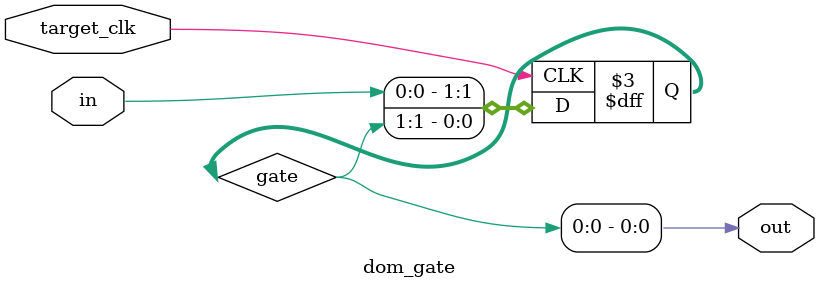
<source format=v>
`default_nettype none

(* nolatches *)
module dom_gate #(
		parameter DEPTH = 2,
	) (
		input  wire target_clk,
		input  wire in,
		output wire out,
	);

	reg [DEPTH-1:0] gate;

	assign out = gate[0];

	integer i;

	always @(posedge target_clk) begin
		for (i = 0; i < DEPTH - 1; i = i + 1)
			gate[i] <= gate[i + 1];
		gate[DEPTH - 1] <= in;
	end

endmodule


</source>
